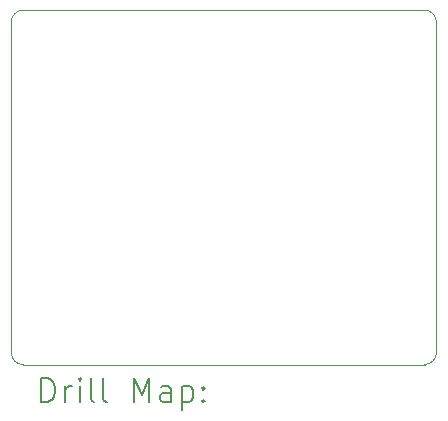
<source format=gbr>
%TF.GenerationSoftware,KiCad,Pcbnew,8.0.1*%
%TF.CreationDate,2024-03-27T22:14:37+01:00*%
%TF.ProjectId,kurumi,6b757275-6d69-42e6-9b69-6361645f7063,rev?*%
%TF.SameCoordinates,Original*%
%TF.FileFunction,Drillmap*%
%TF.FilePolarity,Positive*%
%FSLAX45Y45*%
G04 Gerber Fmt 4.5, Leading zero omitted, Abs format (unit mm)*
G04 Created by KiCad (PCBNEW 8.0.1) date 2024-03-27 22:14:37*
%MOMM*%
%LPD*%
G01*
G04 APERTURE LIST*
%ADD10C,0.100000*%
%ADD11C,0.200000*%
G04 APERTURE END LIST*
D10*
X4960000Y-4110000D02*
G75*
G02*
X4860000Y-4210000I-100000J0D01*
G01*
X1360000Y-4110000D02*
X1360000Y-1310000D01*
X1460000Y-4210000D02*
G75*
G02*
X1360000Y-4110000I0J100000D01*
G01*
X1460000Y-1210000D02*
X4860000Y-1210000D01*
X4860000Y-4210000D02*
X1460000Y-4210000D01*
X4860000Y-1210000D02*
G75*
G02*
X4960000Y-1310000I0J-100000D01*
G01*
X4960000Y-1310000D02*
X4960000Y-4110000D01*
X1360000Y-1310000D02*
G75*
G02*
X1460000Y-1210000I100000J0D01*
G01*
D11*
X1615777Y-4526484D02*
X1615777Y-4326484D01*
X1615777Y-4326484D02*
X1663396Y-4326484D01*
X1663396Y-4326484D02*
X1691967Y-4336008D01*
X1691967Y-4336008D02*
X1711015Y-4355055D01*
X1711015Y-4355055D02*
X1720539Y-4374103D01*
X1720539Y-4374103D02*
X1730062Y-4412198D01*
X1730062Y-4412198D02*
X1730062Y-4440770D01*
X1730062Y-4440770D02*
X1720539Y-4478865D01*
X1720539Y-4478865D02*
X1711015Y-4497912D01*
X1711015Y-4497912D02*
X1691967Y-4516960D01*
X1691967Y-4516960D02*
X1663396Y-4526484D01*
X1663396Y-4526484D02*
X1615777Y-4526484D01*
X1815777Y-4526484D02*
X1815777Y-4393150D01*
X1815777Y-4431246D02*
X1825301Y-4412198D01*
X1825301Y-4412198D02*
X1834824Y-4402674D01*
X1834824Y-4402674D02*
X1853872Y-4393150D01*
X1853872Y-4393150D02*
X1872920Y-4393150D01*
X1939586Y-4526484D02*
X1939586Y-4393150D01*
X1939586Y-4326484D02*
X1930062Y-4336008D01*
X1930062Y-4336008D02*
X1939586Y-4345531D01*
X1939586Y-4345531D02*
X1949110Y-4336008D01*
X1949110Y-4336008D02*
X1939586Y-4326484D01*
X1939586Y-4326484D02*
X1939586Y-4345531D01*
X2063396Y-4526484D02*
X2044348Y-4516960D01*
X2044348Y-4516960D02*
X2034824Y-4497912D01*
X2034824Y-4497912D02*
X2034824Y-4326484D01*
X2168158Y-4526484D02*
X2149110Y-4516960D01*
X2149110Y-4516960D02*
X2139586Y-4497912D01*
X2139586Y-4497912D02*
X2139586Y-4326484D01*
X2396729Y-4526484D02*
X2396729Y-4326484D01*
X2396729Y-4326484D02*
X2463396Y-4469341D01*
X2463396Y-4469341D02*
X2530063Y-4326484D01*
X2530063Y-4326484D02*
X2530063Y-4526484D01*
X2711015Y-4526484D02*
X2711015Y-4421722D01*
X2711015Y-4421722D02*
X2701491Y-4402674D01*
X2701491Y-4402674D02*
X2682444Y-4393150D01*
X2682444Y-4393150D02*
X2644348Y-4393150D01*
X2644348Y-4393150D02*
X2625301Y-4402674D01*
X2711015Y-4516960D02*
X2691967Y-4526484D01*
X2691967Y-4526484D02*
X2644348Y-4526484D01*
X2644348Y-4526484D02*
X2625301Y-4516960D01*
X2625301Y-4516960D02*
X2615777Y-4497912D01*
X2615777Y-4497912D02*
X2615777Y-4478865D01*
X2615777Y-4478865D02*
X2625301Y-4459817D01*
X2625301Y-4459817D02*
X2644348Y-4450293D01*
X2644348Y-4450293D02*
X2691967Y-4450293D01*
X2691967Y-4450293D02*
X2711015Y-4440770D01*
X2806253Y-4393150D02*
X2806253Y-4593150D01*
X2806253Y-4402674D02*
X2825301Y-4393150D01*
X2825301Y-4393150D02*
X2863396Y-4393150D01*
X2863396Y-4393150D02*
X2882443Y-4402674D01*
X2882443Y-4402674D02*
X2891967Y-4412198D01*
X2891967Y-4412198D02*
X2901491Y-4431246D01*
X2901491Y-4431246D02*
X2901491Y-4488389D01*
X2901491Y-4488389D02*
X2891967Y-4507436D01*
X2891967Y-4507436D02*
X2882443Y-4516960D01*
X2882443Y-4516960D02*
X2863396Y-4526484D01*
X2863396Y-4526484D02*
X2825301Y-4526484D01*
X2825301Y-4526484D02*
X2806253Y-4516960D01*
X2987205Y-4507436D02*
X2996729Y-4516960D01*
X2996729Y-4516960D02*
X2987205Y-4526484D01*
X2987205Y-4526484D02*
X2977682Y-4516960D01*
X2977682Y-4516960D02*
X2987205Y-4507436D01*
X2987205Y-4507436D02*
X2987205Y-4526484D01*
X2987205Y-4402674D02*
X2996729Y-4412198D01*
X2996729Y-4412198D02*
X2987205Y-4421722D01*
X2987205Y-4421722D02*
X2977682Y-4412198D01*
X2977682Y-4412198D02*
X2987205Y-4402674D01*
X2987205Y-4402674D02*
X2987205Y-4421722D01*
M02*

</source>
